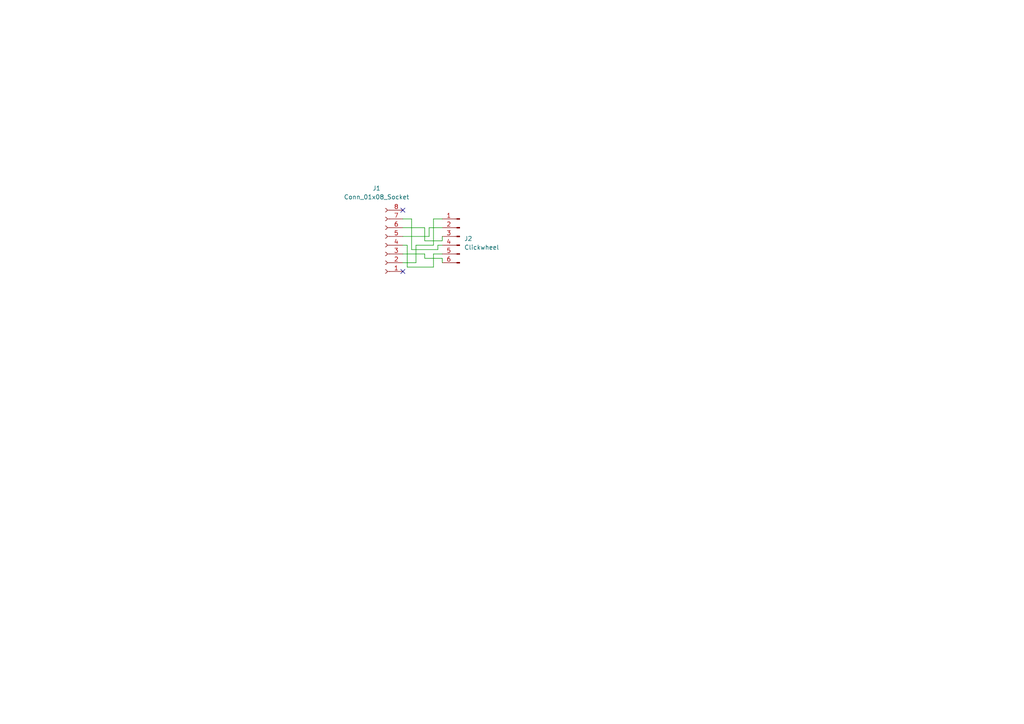
<source format=kicad_sch>
(kicad_sch (version 20230121) (generator eeschema)
  (paper "A4")
  (lib_symbols
    (symbol "Connector:Conn_01x06_Pin" (pin_names (offset 1.016) hide)
      (property "Reference" "J" (at 0 7.62 0))
      (property "Value" "Conn_01x06_Pin" (at 0 -10.16 0))
      (symbol "Conn_01x06_Pin_1_1"
        (polyline (pts (xy 1.27 -7.62) (xy 0.8636 -7.62)) (stroke (width 0.1524)))
        (polyline (pts (xy 1.27 -5.08) (xy 0.8636 -5.08)) (stroke (width 0.1524)))
        (polyline (pts (xy 1.27 -2.54) (xy 0.8636 -2.54)) (stroke (width 0.1524)))
        (polyline (pts (xy 1.27 0) (xy 0.8636 0)) (stroke (width 0.1524)))
        (polyline (pts (xy 1.27 2.54) (xy 0.8636 2.54)) (stroke (width 0.1524)))
        (polyline (pts (xy 1.27 5.08) (xy 0.8636 5.08)) (stroke (width 0.1524)))
        (rectangle (start 0.8636 -7.493) (end 0 -7.747) (stroke (width 0.1524)) (fill (type outline)))
        (rectangle (start 0.8636 -4.953) (end 0 -5.207) (stroke (width 0.1524)) (fill (type outline)))
        (rectangle (start 0.8636 -2.413) (end 0 -2.667) (stroke (width 0.1524)) (fill (type outline)))
        (rectangle (start 0.8636 0.127) (end 0 -0.127) (stroke (width 0.1524)) (fill (type outline)))
        (rectangle (start 0.8636 2.667) (end 0 2.413) (stroke (width 0.1524)) (fill (type outline)))
        (rectangle (start 0.8636 5.207) (end 0 4.953) (stroke (width 0.1524)) (fill (type outline)))
        (pin passive line (at 5.08 5.08 180) (length 3.81) (name "Pin_1") (number "1"))
        (pin passive line (at 5.08 2.54 180) (length 3.81) (name "Pin_2") (number "2"))
        (pin passive line (at 5.08 0 180) (length 3.81) (name "Pin_3") (number "3"))
        (pin passive line (at 5.08 -2.54 180) (length 3.81) (name "Pin_4") (number "4"))
        (pin passive line (at 5.08 -5.08 180) (length 3.81) (name "Pin_5") (number "5"))
        (pin passive line (at 5.08 -7.62 180) (length 3.81) (name "Pin_6") (number "6"))
      )
    )
    (symbol "Connector:Conn_01x08_Socket" (pin_names (offset 1.016) hide)
      (property "Reference" "J" (at 0 10.16 0))
      (property "Value" "Conn_01x08_Socket" (at 0 -12.7 0))
      (symbol "Conn_01x08_Socket_1_1"
        (arc (start 0 -9.652) (mid -0.5058 -10.16) (end 0 -10.668) (stroke (width 0.1524)))
        (arc (start 0 -7.112) (mid -0.5058 -7.62) (end 0 -8.128) (stroke (width 0.1524)))
        (arc (start 0 -4.572) (mid -0.5058 -5.08) (end 0 -5.588) (stroke (width 0.1524)))
        (arc (start 0 -2.032) (mid -0.5058 -2.54) (end 0 -3.048) (stroke (width 0.1524)))
        (polyline (pts (xy -1.27 -10.16) (xy -0.508 -10.16)) (stroke (width 0.1524)))
        (polyline (pts (xy -1.27 -7.62) (xy -0.508 -7.62)) (stroke (width 0.1524)))
        (polyline (pts (xy -1.27 -5.08) (xy -0.508 -5.08)) (stroke (width 0.1524)))
        (polyline (pts (xy -1.27 -2.54) (xy -0.508 -2.54)) (stroke (width 0.1524)))
        (polyline (pts (xy -1.27 0) (xy -0.508 0)) (stroke (width 0.1524)))
        (polyline (pts (xy -1.27 2.54) (xy -0.508 2.54)) (stroke (width 0.1524)))
        (polyline (pts (xy -1.27 5.08) (xy -0.508 5.08)) (stroke (width 0.1524)))
        (polyline (pts (xy -1.27 7.62) (xy -0.508 7.62)) (stroke (width 0.1524)))
        (arc (start 0 0.508) (mid -0.5058 0) (end 0 -0.508) (stroke (width 0.1524)))
        (arc (start 0 3.048) (mid -0.5058 2.54) (end 0 2.032) (stroke (width 0.1524)))
        (arc (start 0 5.588) (mid -0.5058 5.08) (end 0 4.572) (stroke (width 0.1524)))
        (arc (start 0 8.128) (mid -0.5058 7.62) (end 0 7.112) (stroke (width 0.1524)))
        (pin passive line (at -5.08 7.62 0) (length 3.81) (name "Pin_1") (number "1"))
        (pin passive line (at -5.08 5.08 0) (length 3.81) (name "Pin_2") (number "2"))
        (pin passive line (at -5.08 2.54 0) (length 3.81) (name "Pin_3") (number "3"))
        (pin passive line (at -5.08 0 0) (length 3.81) (name "Pin_4") (number "4"))
        (pin passive line (at -5.08 -2.54 0) (length 3.81) (name "Pin_5") (number "5"))
        (pin passive line (at -5.08 -5.08 0) (length 3.81) (name "Pin_6") (number "6"))
        (pin passive line (at -5.08 -7.62 0) (length 3.81) (name "Pin_7") (number "7"))
        (pin passive line (at -5.08 -10.16 0) (length 3.81) (name "Pin_8") (number "8"))
      )
    )
  )
  (no_connect (at 116.84 60.96))
  (no_connect (at 116.84 78.74))
  (wire (pts (xy 124.46 66.04) (xy 128.27 66.04)))
  (wire (pts (xy 116.84 71.12) (xy 118.11 71.12)))
  (wire (pts (xy 124.46 68.58) (xy 124.46 66.04)))
  (wire (pts (xy 118.11 71.12) (xy 118.11 77.47)))
  (wire (pts (xy 123.19 69.85) (xy 128.27 69.85)))
  (wire (pts (xy 123.19 74.93) (xy 128.27 74.93)))
  (wire (pts (xy 127 71.12) (xy 127 72.39)))
  (wire (pts (xy 119.38 63.5) (xy 116.84 63.5)))
  (wire (pts (xy 119.38 72.39) (xy 119.38 63.5)))
  (wire (pts (xy 123.19 73.66) (xy 123.19 74.93)))
  (wire (pts (xy 118.11 77.47) (xy 125.73 77.47)))
  (wire (pts (xy 125.73 73.66) (xy 128.27 73.66)))
  (wire (pts (xy 123.19 66.04) (xy 123.19 69.85)))
  (wire (pts (xy 125.73 71.12) (xy 125.73 63.5)))
  (wire (pts (xy 127 72.39) (xy 119.38 72.39)))
  (wire (pts (xy 125.73 71.12) (xy 120.65 71.12)))
  (wire (pts (xy 128.27 74.93) (xy 128.27 76.2)))
  (wire (pts (xy 128.27 69.85) (xy 128.27 68.58)))
  (wire (pts (xy 120.65 76.2) (xy 116.84 76.2)))
  (wire (pts (xy 125.73 77.47) (xy 125.73 73.66)))
  (wire (pts (xy 128.27 71.12) (xy 127 71.12)))
  (wire (pts (xy 116.84 73.66) (xy 123.19 73.66)))
  (wire (pts (xy 125.73 63.5) (xy 128.27 63.5)))
  (wire (pts (xy 116.84 66.04) (xy 123.19 66.04)))
  (wire (pts (xy 120.65 71.12) (xy 120.65 76.2)))
  (wire (pts (xy 116.84 68.58) (xy 124.46 68.58)))
  (symbol (lib_id "Connector:Conn_01x06_Pin") (at 133.35 68.58 0) (mirror y) (unit 1)
    (property "Reference" "J2" (at 134.62 69.215 0) (effects (justify right)))
    (property "Value" "Clickwheel" (at 134.62 71.755 0) (effects (justify right)))
    (property "Footprint" "Button_Switch_SMD:clickwheel6" (effects hide))
  )
  (symbol (lib_id "Connector:Conn_01x08_Socket") (at 111.76 71.12 180) (unit 1)
    (property "Reference" "J1" (at 109.22 54.61 0))
    (property "Value" "Conn_01x08_Socket" (at 109.22 57.15 0))
    (property "Footprint" "f:0.5-8P CTXJ-H2.0 119" (effects hide))
  )
)
</source>
